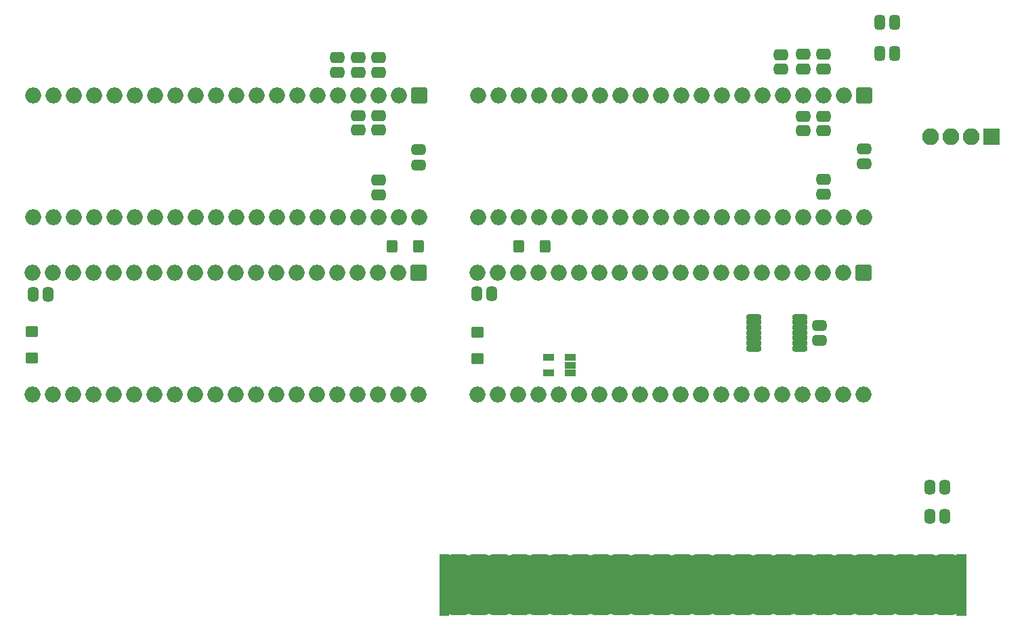
<source format=gbs>
%TF.GenerationSoftware,KiCad,Pcbnew,(6.0.2-0)*%
%TF.CreationDate,2022-03-26T21:25:16+01:00*%
%TF.ProjectId,mockingboard2k,6d6f636b-696e-4676-926f-617264326b2e,0.1*%
%TF.SameCoordinates,PXc52d8a0PY889e9c0*%
%TF.FileFunction,Soldermask,Bot*%
%TF.FilePolarity,Negative*%
%FSLAX46Y46*%
G04 Gerber Fmt 4.6, Leading zero omitted, Abs format (unit mm)*
G04 Created by KiCad (PCBNEW (6.0.2-0)) date 2022-03-26 21:25:16*
%MOMM*%
%LPD*%
G01*
G04 APERTURE LIST*
G04 Aperture macros list*
%AMRoundRect*
0 Rectangle with rounded corners*
0 $1 Rounding radius*
0 $2 $3 $4 $5 $6 $7 $8 $9 X,Y pos of 4 corners*
0 Add a 4 corners polygon primitive as box body*
4,1,4,$2,$3,$4,$5,$6,$7,$8,$9,$2,$3,0*
0 Add four circle primitives for the rounded corners*
1,1,$1+$1,$2,$3*
1,1,$1+$1,$4,$5*
1,1,$1+$1,$6,$7*
1,1,$1+$1,$8,$9*
0 Add four rect primitives between the rounded corners*
20,1,$1+$1,$2,$3,$4,$5,0*
20,1,$1+$1,$4,$5,$6,$7,0*
20,1,$1+$1,$6,$7,$8,$9,0*
20,1,$1+$1,$8,$9,$2,$3,0*%
G04 Aperture macros list end*
%ADD10C,0.001000*%
%ADD11RoundRect,0.650000X-0.762000X3.175000X-0.762000X-3.175000X0.762000X-3.175000X0.762000X3.175000X0*%
%ADD12RoundRect,0.200000X-0.800000X0.800000X-0.800000X-0.800000X0.800000X-0.800000X0.800000X0.800000X0*%
%ADD13O,2.000000X2.000000*%
%ADD14RoundRect,0.200000X-0.850000X0.850000X-0.850000X-0.850000X0.850000X-0.850000X0.850000X0.850000X0*%
%ADD15O,2.100000X2.100000*%
%ADD16RoundRect,0.443750X0.243750X0.456250X-0.243750X0.456250X-0.243750X-0.456250X0.243750X-0.456250X0*%
%ADD17RoundRect,0.443750X0.456250X-0.243750X0.456250X0.243750X-0.456250X0.243750X-0.456250X-0.243750X0*%
%ADD18RoundRect,0.443750X-0.243750X-0.456250X0.243750X-0.456250X0.243750X0.456250X-0.243750X0.456250X0*%
%ADD19RoundRect,0.200000X0.600000X-0.450000X0.600000X0.450000X-0.600000X0.450000X-0.600000X-0.450000X0*%
%ADD20RoundRect,0.450000X0.450000X-0.262500X0.450000X0.262500X-0.450000X0.262500X-0.450000X-0.262500X0*%
%ADD21RoundRect,0.450000X-0.250000X-0.475000X0.250000X-0.475000X0.250000X0.475000X-0.250000X0.475000X0*%
%ADD22RoundRect,0.200000X0.450000X0.600000X-0.450000X0.600000X-0.450000X-0.600000X0.450000X-0.600000X0*%
%ADD23RoundRect,0.450000X-0.450000X0.262500X-0.450000X-0.262500X0.450000X-0.262500X0.450000X0.262500X0*%
%ADD24RoundRect,0.200000X0.502799X0.250000X-0.502799X0.250000X-0.502799X-0.250000X0.502799X-0.250000X0*%
%ADD25RoundRect,0.300000X-0.637500X-0.100000X0.637500X-0.100000X0.637500X0.100000X-0.637500X0.100000X0*%
G04 APERTURE END LIST*
D10*
X-72390000Y7620000D02*
X-71247000Y7620000D01*
X-71247000Y7620000D02*
X-71247000Y0D01*
X-71247000Y0D02*
X-72390000Y0D01*
X-72390000Y0D02*
X-72390000Y7620000D01*
G36*
X-71247000Y0D02*
G01*
X-72390000Y0D01*
X-72390000Y7620000D01*
X-71247000Y7620000D01*
X-71247000Y0D01*
G37*
X-71247000Y0D02*
X-72390000Y0D01*
X-72390000Y7620000D01*
X-71247000Y7620000D01*
X-71247000Y0D01*
X-6604000Y7620000D02*
X-7747000Y7620000D01*
X-7747000Y7620000D02*
X-7747000Y0D01*
X-7747000Y0D02*
X-6604000Y0D01*
X-6604000Y0D02*
X-6604000Y7620000D01*
G36*
X-6604000Y0D02*
G01*
X-7747000Y0D01*
X-7747000Y7620000D01*
X-6604000Y7620000D01*
X-6604000Y0D01*
G37*
X-6604000Y0D02*
X-7747000Y0D01*
X-7747000Y7620000D01*
X-6604000Y7620000D01*
X-6604000Y0D01*
D11*
X-9017000Y3810000D03*
X-11557000Y3810000D03*
X-14097000Y3810000D03*
X-16637000Y3810000D03*
X-19177000Y3810000D03*
X-21717000Y3810000D03*
X-24257000Y3810000D03*
X-26797000Y3810000D03*
X-29337000Y3810000D03*
X-31877000Y3810000D03*
X-34417000Y3810000D03*
X-36957000Y3810000D03*
X-39497000Y3810000D03*
X-42037000Y3810000D03*
X-44577000Y3810000D03*
X-47117000Y3810000D03*
X-49657000Y3810000D03*
X-52197000Y3810000D03*
X-54737000Y3810000D03*
X-57277000Y3810000D03*
X-59817000Y3810000D03*
X-62357000Y3810000D03*
X-64897000Y3810000D03*
X-67437000Y3810000D03*
X-69977000Y3810000D03*
D12*
X-75008642Y42845000D03*
D13*
X-77548642Y42845000D03*
X-80088642Y42845000D03*
X-82628642Y42845000D03*
X-85168642Y42845000D03*
X-87708642Y42845000D03*
X-90248642Y42845000D03*
X-92788642Y42845000D03*
X-95328642Y42845000D03*
X-97868642Y42845000D03*
X-100408642Y42845000D03*
X-102948642Y42845000D03*
X-105488642Y42845000D03*
X-108028642Y42845000D03*
X-110568642Y42845000D03*
X-113108642Y42845000D03*
X-115648642Y42845000D03*
X-118188642Y42845000D03*
X-120728642Y42845000D03*
X-123268642Y42845000D03*
X-123268642Y27605000D03*
X-120728642Y27605000D03*
X-118188642Y27605000D03*
X-115648642Y27605000D03*
X-113108642Y27605000D03*
X-110568642Y27605000D03*
X-108028642Y27605000D03*
X-105488642Y27605000D03*
X-102948642Y27605000D03*
X-100408642Y27605000D03*
X-97868642Y27605000D03*
X-95328642Y27605000D03*
X-92788642Y27605000D03*
X-90248642Y27605000D03*
X-87708642Y27605000D03*
X-85168642Y27605000D03*
X-82628642Y27605000D03*
X-80088642Y27605000D03*
X-77548642Y27605000D03*
X-75008642Y27605000D03*
D12*
X-74935000Y65029000D03*
D13*
X-77475000Y65029000D03*
X-80015000Y65029000D03*
X-82555000Y65029000D03*
X-85095000Y65029000D03*
X-87635000Y65029000D03*
X-90175000Y65029000D03*
X-92715000Y65029000D03*
X-95255000Y65029000D03*
X-97795000Y65029000D03*
X-100335000Y65029000D03*
X-102875000Y65029000D03*
X-105415000Y65029000D03*
X-107955000Y65029000D03*
X-110495000Y65029000D03*
X-113035000Y65029000D03*
X-115575000Y65029000D03*
X-118115000Y65029000D03*
X-120655000Y65029000D03*
X-123195000Y65029000D03*
X-123195000Y49789000D03*
X-120655000Y49789000D03*
X-118115000Y49789000D03*
X-115575000Y49789000D03*
X-113035000Y49789000D03*
X-110495000Y49789000D03*
X-107955000Y49789000D03*
X-105415000Y49789000D03*
X-102875000Y49789000D03*
X-100335000Y49789000D03*
X-97795000Y49789000D03*
X-95255000Y49789000D03*
X-92715000Y49789000D03*
X-90175000Y49789000D03*
X-87635000Y49789000D03*
X-85095000Y49789000D03*
X-82555000Y49789000D03*
X-80015000Y49789000D03*
X-77475000Y49789000D03*
X-74935000Y49789000D03*
D14*
X-3389000Y59862000D03*
D15*
X-5929000Y59862000D03*
X-8469000Y59862000D03*
X-11009000Y59862000D03*
D12*
X-19304000Y65024000D03*
D13*
X-21844000Y65024000D03*
X-24384000Y65024000D03*
X-26924000Y65024000D03*
X-29464000Y65024000D03*
X-32004000Y65024000D03*
X-34544000Y65024000D03*
X-37084000Y65024000D03*
X-39624000Y65024000D03*
X-42164000Y65024000D03*
X-44704000Y65024000D03*
X-47244000Y65024000D03*
X-49784000Y65024000D03*
X-52324000Y65024000D03*
X-54864000Y65024000D03*
X-57404000Y65024000D03*
X-59944000Y65024000D03*
X-62484000Y65024000D03*
X-65024000Y65024000D03*
X-67564000Y65024000D03*
X-67564000Y49784000D03*
X-65024000Y49784000D03*
X-62484000Y49784000D03*
X-59944000Y49784000D03*
X-57404000Y49784000D03*
X-54864000Y49784000D03*
X-52324000Y49784000D03*
X-49784000Y49784000D03*
X-47244000Y49784000D03*
X-44704000Y49784000D03*
X-42164000Y49784000D03*
X-39624000Y49784000D03*
X-37084000Y49784000D03*
X-34544000Y49784000D03*
X-32004000Y49784000D03*
X-29464000Y49784000D03*
X-26924000Y49784000D03*
X-24384000Y49784000D03*
X-21844000Y49784000D03*
X-19304000Y49784000D03*
D12*
X-19382642Y42845000D03*
D13*
X-21922642Y42845000D03*
X-24462642Y42845000D03*
X-27002642Y42845000D03*
X-29542642Y42845000D03*
X-32082642Y42845000D03*
X-34622642Y42845000D03*
X-37162642Y42845000D03*
X-39702642Y42845000D03*
X-42242642Y42845000D03*
X-44782642Y42845000D03*
X-47322642Y42845000D03*
X-49862642Y42845000D03*
X-52402642Y42845000D03*
X-54942642Y42845000D03*
X-57482642Y42845000D03*
X-60022642Y42845000D03*
X-62562642Y42845000D03*
X-65102642Y42845000D03*
X-67642642Y42845000D03*
X-67642642Y27605000D03*
X-65102642Y27605000D03*
X-62562642Y27605000D03*
X-60022642Y27605000D03*
X-57482642Y27605000D03*
X-54942642Y27605000D03*
X-52402642Y27605000D03*
X-49862642Y27605000D03*
X-47322642Y27605000D03*
X-44782642Y27605000D03*
X-42242642Y27605000D03*
X-39702642Y27605000D03*
X-37162642Y27605000D03*
X-34622642Y27605000D03*
X-32082642Y27605000D03*
X-29542642Y27605000D03*
X-27002642Y27605000D03*
X-24462642Y27605000D03*
X-21922642Y27605000D03*
X-19382642Y27605000D03*
D16*
X-9197100Y16002000D03*
X-11072100Y16002000D03*
D17*
X-19278600Y56415700D03*
X-19278600Y58290700D03*
D18*
X-67739500Y40182800D03*
X-65864500Y40182800D03*
D17*
X-24892000Y34368500D03*
X-24892000Y36243500D03*
D18*
X-123190000Y40132000D03*
X-121315000Y40132000D03*
D17*
X-74955400Y56314100D03*
X-74955400Y58189100D03*
D16*
X-9197100Y12293600D03*
X-11072100Y12293600D03*
D19*
X-123317000Y32132000D03*
X-123317000Y35432000D03*
X-67666090Y32052375D03*
X-67666090Y35352375D03*
D20*
X-24384000Y68326000D03*
X-24384000Y70151000D03*
X-24380127Y52669188D03*
X-24380127Y54494188D03*
D21*
X-17333000Y74168000D03*
X-15433000Y74168000D03*
D22*
X-59183000Y46101000D03*
X-62483000Y46101000D03*
D20*
X-26924000Y68326000D03*
X-26924000Y70151000D03*
D23*
X-24395324Y62383486D03*
X-24395324Y60558486D03*
D24*
X-56051201Y32192001D03*
X-56051201Y31242000D03*
X-56051201Y30291999D03*
X-58756799Y30291999D03*
X-58756799Y32192001D03*
D23*
X-80020522Y62488772D03*
X-80020522Y60663772D03*
X-26931019Y62383486D03*
X-26931019Y60558486D03*
D22*
X-75032600Y46126400D03*
X-78332600Y46126400D03*
D23*
X-82558388Y62485871D03*
X-82558388Y60660871D03*
D25*
X-33088500Y33356000D03*
X-33088500Y34006000D03*
X-33088500Y34656000D03*
X-33088500Y35306000D03*
X-33088500Y35956000D03*
X-33088500Y36606000D03*
X-33088500Y37256000D03*
X-27363500Y37256000D03*
X-27363500Y36606000D03*
X-27363500Y35956000D03*
X-27363500Y35306000D03*
X-27363500Y34656000D03*
X-27363500Y34006000D03*
X-27363500Y33356000D03*
D20*
X-80016584Y67871307D03*
X-80016584Y69696307D03*
X-82562925Y67883413D03*
X-82562925Y69708413D03*
X-85134267Y67891376D03*
X-85134267Y69716376D03*
D21*
X-17333000Y70254500D03*
X-15433000Y70254500D03*
D20*
X-29718000Y68279000D03*
X-29718000Y70104000D03*
X-80016314Y52543069D03*
X-80016314Y54368069D03*
M02*

</source>
